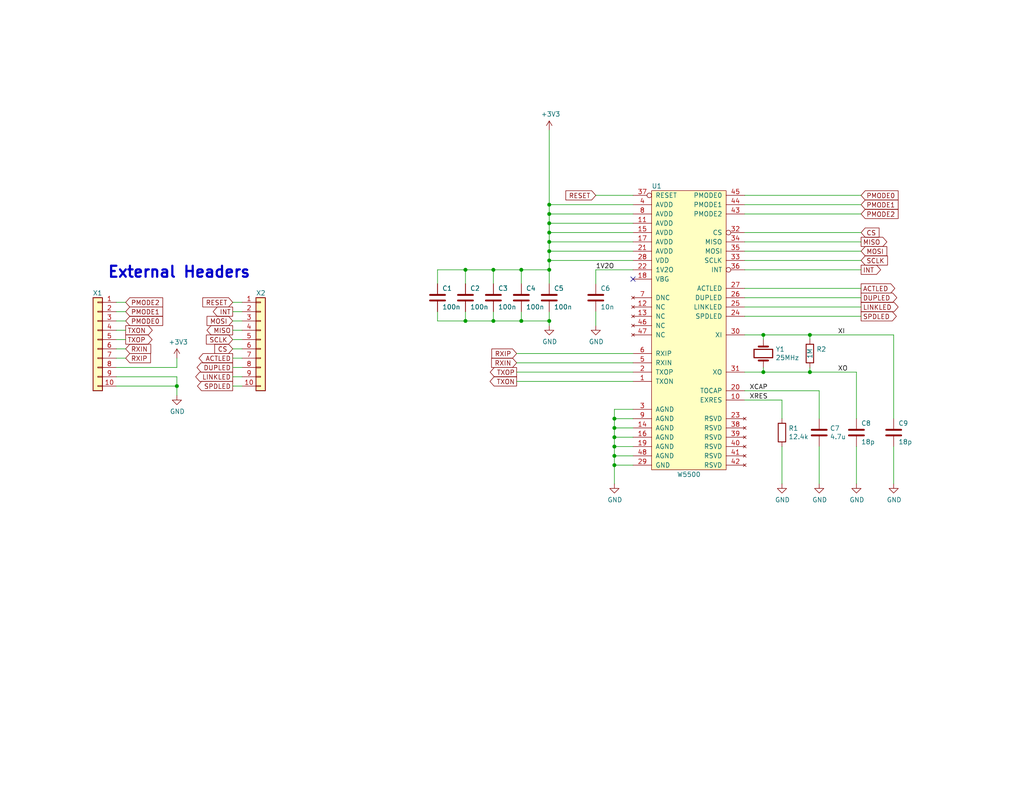
<source format=kicad_sch>
(kicad_sch (version 20230121) (generator eeschema)
  (paper "USLetter")
  (title_block (title "W5500 Development Board") (date "2018-09-08") (rev "1") (company "Alex M."))
  (lib_symbols
    (symbol "Connector_Generic:Conn_01x10" (pin_names (offset 1.016) hide)
      (property "Reference" "J" (at 0 12.7 0))
      (property "Value" "Conn_01x10" (at 0 -15.24 0))
      (symbol "Conn_01x10_1_1"
        (rectangle (start -1.27 -12.573) (end 0 -12.827) (stroke (width 0.1524)))
        (rectangle (start -1.27 -10.033) (end 0 -10.287) (stroke (width 0.1524)))
        (rectangle (start -1.27 -7.493) (end 0 -7.747) (stroke (width 0.1524)))
        (rectangle (start -1.27 -4.953) (end 0 -5.207) (stroke (width 0.1524)))
        (rectangle (start -1.27 -2.413) (end 0 -2.667) (stroke (width 0.1524)))
        (rectangle (start -1.27 0.127) (end 0 -0.127) (stroke (width 0.1524)))
        (rectangle (start -1.27 2.667) (end 0 2.413) (stroke (width 0.1524)))
        (rectangle (start -1.27 5.207) (end 0 4.953) (stroke (width 0.1524)))
        (rectangle (start -1.27 7.747) (end 0 7.493) (stroke (width 0.1524)))
        (rectangle (start -1.27 10.287) (end 0 10.033) (stroke (width 0.1524)))
        (rectangle (start -1.27 11.43) (end 1.27 -13.97) (stroke (width 0.254)) (fill (type background)))
        (pin passive line (at -5.08 10.16 0) (length 3.81) (name "Pin_1") (number "1"))
        (pin passive line (at -5.08 -12.7 0) (length 3.81) (name "Pin_10") (number "10"))
        (pin passive line (at -5.08 7.62 0) (length 3.81) (name "Pin_2") (number "2"))
        (pin passive line (at -5.08 5.08 0) (length 3.81) (name "Pin_3") (number "3"))
        (pin passive line (at -5.08 2.54 0) (length 3.81) (name "Pin_4") (number "4"))
        (pin passive line (at -5.08 0 0) (length 3.81) (name "Pin_5") (number "5"))
        (pin passive line (at -5.08 -2.54 0) (length 3.81) (name "Pin_6") (number "6"))
        (pin passive line (at -5.08 -5.08 0) (length 3.81) (name "Pin_7") (number "7"))
        (pin passive line (at -5.08 -7.62 0) (length 3.81) (name "Pin_8") (number "8"))
        (pin passive line (at -5.08 -10.16 0) (length 3.81) (name "Pin_9") (number "9"))
      )
    )
    (symbol "DevBoard_W5500-rescue:+3.3V-power" (power) (pin_names (offset 0))
      (property "Value" "+3.3V-power" (at 0 3.556 0))
      (symbol "+3.3V-power_0_1"
        (polyline (pts (xy -0.762 1.27) (xy 0 2.54)))
        (polyline (pts (xy 0 0) (xy 0 2.54)))
        (polyline (pts (xy 0 2.54) (xy 0.762 1.27)))
      )
      (symbol "+3.3V-power_1_1"
        (pin power_in line (at 0 0 90) (length 0) hide (name "+3V3") (number "1"))
      )
    )
    (symbol "DevBoard_W5500-rescue:W5500-AlexComponents" (pin_names (offset 1.016))
      (property "Reference" "U" (at -10.16 44.45 0))
      (property "Value" "AlexComponents:W5500" (at 0 -34.29 0))
      (symbol "W5500-AlexComponents_0_1"
        (rectangle (start -10.16 43.18) (end 10.16 -33.02) (fill (type background)))
      )
      (symbol "W5500-AlexComponents_1_1"
        (pin output line (at -15.24 -8.89 0) (length 5.08) (name "TXON") (number "1"))
        (pin output line (at 15.24 -13.97 180) (length 5.08) (name "EXRES") (number "10"))
        (pin power_in line (at -15.24 34.29 0) (length 5.08) (name "AVDD") (number "11"))
        (pin no_connect line (at -15.24 11.43 0) (length 5.08) (name "NC") (number "12"))
        (pin no_connect line (at -15.24 8.89 0) (length 5.08) (name "NC") (number "13"))
        (pin power_in line (at -15.24 -21.59 0) (length 5.08) (name "AGND") (number "14"))
        (pin power_in line (at -15.24 31.75 0) (length 5.08) (name "AVDD") (number "15"))
        (pin power_in line (at -15.24 -24.13 0) (length 5.08) (name "AGND") (number "16"))
        (pin power_in line (at -15.24 29.21 0) (length 5.08) (name "AVDD") (number "17"))
        (pin power_out line (at -15.24 19.05 0) (length 5.08) (name "VBG") (number "18"))
        (pin power_in line (at -15.24 -26.67 0) (length 5.08) (name "AGND") (number "19"))
        (pin output line (at -15.24 -6.35 0) (length 5.08) (name "TXOP") (number "2"))
        (pin output line (at 15.24 -11.43 180) (length 5.08) (name "TOCAP") (number "20"))
        (pin power_in line (at -15.24 26.67 0) (length 5.08) (name "AVDD") (number "21"))
        (pin power_out line (at -15.24 21.59 0) (length 5.08) (name "1V2O") (number "22"))
        (pin no_connect line (at 15.24 -19.05 180) (length 5.08) (name "RSVD") (number "23"))
        (pin output line (at 15.24 8.89 180) (length 5.08) (name "SPDLED") (number "24"))
        (pin output line (at 15.24 11.43 180) (length 5.08) (name "LINKLED") (number "25"))
        (pin output line (at 15.24 13.97 180) (length 5.08) (name "DUPLED") (number "26"))
        (pin output line (at 15.24 16.51 180) (length 5.08) (name "ACTLED") (number "27"))
        (pin power_in line (at -15.24 24.13 0) (length 5.08) (name "VDD") (number "28"))
        (pin power_in line (at -15.24 -31.75 0) (length 5.08) (name "GND") (number "29"))
        (pin power_in line (at -15.24 -16.51 0) (length 5.08) (name "AGND") (number "3"))
        (pin input line (at 15.24 3.81 180) (length 5.08) (name "XI") (number "30"))
        (pin input line (at 15.24 -6.35 180) (length 5.08) (name "XO") (number "31"))
        (pin input inverted (at 15.24 31.75 180) (length 5.08) (name "CS") (number "32"))
        (pin input line (at 15.24 24.13 180) (length 5.08) (name "SCLK") (number "33"))
        (pin output line (at 15.24 29.21 180) (length 5.08) (name "MISO") (number "34"))
        (pin input line (at 15.24 26.67 180) (length 5.08) (name "MOSI") (number "35"))
        (pin output inverted (at 15.24 21.59 180) (length 5.08) (name "INT") (number "36"))
        (pin input inverted (at -15.24 41.91 0) (length 5.08) (name "RESET") (number "37"))
        (pin no_connect line (at 15.24 -21.59 180) (length 5.08) (name "RSVD") (number "38"))
        (pin no_connect line (at 15.24 -24.13 180) (length 5.08) (name "RSVD") (number "39"))
        (pin power_in line (at -15.24 39.37 0) (length 5.08) (name "AVDD") (number "4"))
        (pin no_connect line (at 15.24 -26.67 180) (length 5.08) (name "RSVD") (number "40"))
        (pin no_connect line (at 15.24 -29.21 180) (length 5.08) (name "RSVD") (number "41"))
        (pin no_connect line (at 15.24 -31.75 180) (length 5.08) (name "RSVD") (number "42"))
        (pin input line (at 15.24 36.83 180) (length 5.08) (name "PMODE2") (number "43"))
        (pin input line (at 15.24 39.37 180) (length 5.08) (name "PMODE1") (number "44"))
        (pin input line (at 15.24 41.91 180) (length 5.08) (name "PMODE0") (number "45"))
        (pin no_connect line (at -15.24 6.35 0) (length 5.08) (name "NC") (number "46"))
        (pin no_connect line (at -15.24 3.81 0) (length 5.08) (name "NC") (number "47"))
        (pin power_in line (at -15.24 -29.21 0) (length 5.08) (name "AGND") (number "48"))
        (pin input line (at -15.24 -3.81 0) (length 5.08) (name "RXIN") (number "5"))
        (pin input line (at -15.24 -1.27 0) (length 5.08) (name "RXIP") (number "6"))
        (pin no_connect line (at -15.24 13.97 0) (length 5.08) (name "DNC") (number "7"))
        (pin power_in line (at -15.24 36.83 0) (length 5.08) (name "AVDD") (number "8"))
        (pin power_in line (at -15.24 -19.05 0) (length 5.08) (name "AGND") (number "9"))
      )
    )
    (symbol "Device:C" (pin_numbers hide) (pin_names (offset 0.254))
      (property "Reference" "C" (at 0.635 2.54 0))
      (property "Value" "C" (at 0.635 -2.54 0))
      (symbol "C_0_1"
        (polyline (pts (xy -2.032 -0.762) (xy 2.032 -0.762)) (stroke (width 0.508)))
        (polyline (pts (xy -2.032 0.762) (xy 2.032 0.762)) (stroke (width 0.508)))
      )
      (symbol "C_1_1"
        (pin passive line (at 0 3.81 270) (length 2.794) (name "~") (number "1"))
        (pin passive line (at 0 -3.81 90) (length 2.794) (name "~") (number "2"))
      )
    )
    (symbol "Device:Crystal" (pin_numbers hide) (pin_names (offset 1.016) hide)
      (property "Reference" "Y" (at 0 3.81 0))
      (property "Value" "Crystal" (at 0 -3.81 0))
      (symbol "Crystal_0_1"
        (rectangle (start -1.143 2.54) (end 1.143 -2.54) (stroke (width 0.3048)))
        (polyline (pts (xy -2.54 0) (xy -1.905 0)))
        (polyline (pts (xy -1.905 -1.27) (xy -1.905 1.27)) (stroke (width 0.508)))
        (polyline (pts (xy 1.905 -1.27) (xy 1.905 1.27)) (stroke (width 0.508)))
        (polyline (pts (xy 2.54 0) (xy 1.905 0)))
      )
      (symbol "Crystal_1_1"
        (pin passive line (at -3.81 0 0) (length 1.27) (name "1") (number "1"))
        (pin passive line (at 3.81 0 180) (length 1.27) (name "2") (number "2"))
      )
    )
    (symbol "Device:R" (pin_numbers hide) (pin_names (offset 0))
      (property "Reference" "R" (at 2.032 0 90))
      (property "Value" "R" (at 0 0 90))
      (symbol "R_0_1"
        (rectangle (start -1.016 -2.54) (end 1.016 2.54) (stroke (width 0.254)))
      )
      (symbol "R_1_1"
        (pin passive line (at 0 3.81 270) (length 1.27) (name "~") (number "1"))
        (pin passive line (at 0 -3.81 90) (length 1.27) (name "~") (number "2"))
      )
    )
    (symbol "power:GND" (power) (pin_names (offset 0))
      (property "Value" "GND" (at 0 -3.81 0))
      (symbol "GND_0_1"
        (polyline (pts (xy 0 0) (xy 0 -1.27) (xy 1.27 -1.27) (xy 0 -2.54) (xy -1.27 -1.27) (xy 0 -1.27)))
      )
      (symbol "GND_1_1"
        (pin power_in line (at 0 0 270) (length 0) hide (name "GND") (number "1"))
      )
    )
  )
  (junction (at 48.26 105.41))
  (junction (at 142.24 87.63))
  (junction (at 149.86 87.63))
  (junction (at 149.86 58.42))
  (junction (at 134.62 87.63))
  (junction (at 220.98 91.44))
  (junction (at 134.62 73.66))
  (junction (at 149.86 68.58))
  (junction (at 149.86 60.96))
  (junction (at 167.64 119.38))
  (junction (at 208.28 101.6))
  (junction (at 208.28 91.44))
  (junction (at 142.24 73.66))
  (junction (at 167.64 116.84))
  (junction (at 167.64 124.46))
  (junction (at 167.64 121.92))
  (junction (at 127 87.63))
  (junction (at 149.86 55.88))
  (junction (at 149.86 71.12))
  (junction (at 149.86 66.04))
  (junction (at 149.86 63.5))
  (junction (at 149.86 73.66))
  (junction (at 167.64 114.3))
  (junction (at 167.64 127))
  (junction (at 220.98 101.6))
  (junction (at 127 73.66))
  (no_connect (at 172.72 76.2))
  (wire (pts (xy 167.64 121.92) (xy 167.64 124.46)))
  (wire (pts (xy 63.5 90.17) (xy 66.04 90.17)))
  (wire (pts (xy 162.56 85.09) (xy 162.56 88.9)))
  (wire (pts (xy 172.72 58.42) (xy 149.86 58.42)))
  (wire (pts (xy 63.5 92.71) (xy 66.04 92.71)))
  (wire (pts (xy 63.5 95.25) (xy 66.04 95.25)))
  (wire (pts (xy 31.75 100.33) (xy 48.26 100.33)))
  (wire (pts (xy 142.24 77.47) (xy 142.24 73.66)))
  (wire (pts (xy 162.56 77.47) (xy 162.56 73.66)))
  (wire (pts (xy 149.86 88.9) (xy 149.86 87.63)))
  (wire (pts (xy 220.98 91.44) (xy 243.84 91.44)))
  (wire (pts (xy 203.2 106.68) (xy 223.52 106.68)))
  (wire (pts (xy 234.95 83.82) (xy 203.2 83.82)))
  (wire (pts (xy 149.86 71.12) (xy 149.86 68.58)))
  (wire (pts (xy 167.64 124.46) (xy 167.64 127)))
  (wire (pts (xy 172.72 114.3) (xy 167.64 114.3)))
  (wire (pts (xy 119.38 77.47) (xy 119.38 73.66)))
  (wire (pts (xy 63.5 97.79) (xy 66.04 97.79)))
  (wire (pts (xy 31.75 82.55) (xy 34.29 82.55)))
  (wire (pts (xy 140.97 101.6) (xy 172.72 101.6)))
  (wire (pts (xy 172.72 60.96) (xy 149.86 60.96)))
  (wire (pts (xy 223.52 106.68) (xy 223.52 114.3)))
  (wire (pts (xy 233.68 132.08) (xy 233.68 121.92)))
  (wire (pts (xy 167.64 114.3) (xy 167.64 116.84)))
  (wire (pts (xy 142.24 85.09) (xy 142.24 87.63)))
  (wire (pts (xy 48.26 105.41) (xy 48.26 107.95)))
  (wire (pts (xy 149.86 55.88) (xy 149.86 35.56)))
  (wire (pts (xy 127 73.66) (xy 134.62 73.66)))
  (wire (pts (xy 233.68 101.6) (xy 233.68 114.3)))
  (wire (pts (xy 203.2 68.58) (xy 234.95 68.58)))
  (wire (pts (xy 172.72 119.38) (xy 167.64 119.38)))
  (wire (pts (xy 162.56 53.34) (xy 172.72 53.34)))
  (wire (pts (xy 31.75 92.71) (xy 34.29 92.71)))
  (wire (pts (xy 172.72 73.66) (xy 162.56 73.66)))
  (wire (pts (xy 127 85.09) (xy 127 87.63)))
  (wire (pts (xy 63.5 105.41) (xy 66.04 105.41)))
  (wire (pts (xy 208.28 91.44) (xy 220.98 91.44)))
  (wire (pts (xy 172.72 55.88) (xy 149.86 55.88)))
  (wire (pts (xy 63.5 102.87) (xy 66.04 102.87)))
  (wire (pts (xy 203.2 91.44) (xy 208.28 91.44)))
  (wire (pts (xy 63.5 87.63) (xy 66.04 87.63)))
  (wire (pts (xy 31.75 102.87) (xy 48.26 102.87)))
  (wire (pts (xy 127 87.63) (xy 119.38 87.63)))
  (wire (pts (xy 172.72 71.12) (xy 149.86 71.12)))
  (wire (pts (xy 172.72 127) (xy 167.64 127)))
  (wire (pts (xy 119.38 73.66) (xy 127 73.66)))
  (wire (pts (xy 203.2 86.36) (xy 234.95 86.36)))
  (wire (pts (xy 31.75 85.09) (xy 34.29 85.09)))
  (wire (pts (xy 31.75 97.79) (xy 34.29 97.79)))
  (wire (pts (xy 220.98 91.44) (xy 220.98 92.71)))
  (wire (pts (xy 167.64 111.76) (xy 167.64 114.3)))
  (wire (pts (xy 203.2 81.28) (xy 234.95 81.28)))
  (wire (pts (xy 208.28 91.44) (xy 208.28 92.71)))
  (wire (pts (xy 167.64 119.38) (xy 167.64 121.92)))
  (wire (pts (xy 127 77.47) (xy 127 73.66)))
  (wire (pts (xy 140.97 96.52) (xy 172.72 96.52)))
  (wire (pts (xy 172.72 66.04) (xy 149.86 66.04)))
  (wire (pts (xy 208.28 101.6) (xy 208.28 100.33)))
  (wire (pts (xy 134.62 85.09) (xy 134.62 87.63)))
  (wire (pts (xy 63.5 82.55) (xy 66.04 82.55)))
  (wire (pts (xy 172.72 104.14) (xy 140.97 104.14)))
  (wire (pts (xy 234.95 58.42) (xy 203.2 58.42)))
  (wire (pts (xy 149.86 66.04) (xy 149.86 63.5)))
  (wire (pts (xy 31.75 95.25) (xy 34.29 95.25)))
  (wire (pts (xy 203.2 63.5) (xy 234.95 63.5)))
  (wire (pts (xy 172.72 63.5) (xy 149.86 63.5)))
  (wire (pts (xy 213.36 121.92) (xy 213.36 132.08)))
  (wire (pts (xy 167.64 116.84) (xy 167.64 119.38)))
  (wire (pts (xy 172.72 99.06) (xy 140.97 99.06)))
  (wire (pts (xy 172.72 68.58) (xy 149.86 68.58)))
  (wire (pts (xy 149.86 58.42) (xy 149.86 55.88)))
  (wire (pts (xy 234.95 66.04) (xy 203.2 66.04)))
  (wire (pts (xy 213.36 109.22) (xy 213.36 114.3)))
  (wire (pts (xy 172.72 116.84) (xy 167.64 116.84)))
  (wire (pts (xy 63.5 85.09) (xy 66.04 85.09)))
  (wire (pts (xy 234.95 53.34) (xy 203.2 53.34)))
  (wire (pts (xy 203.2 101.6) (xy 208.28 101.6)))
  (wire (pts (xy 63.5 100.33) (xy 66.04 100.33)))
  (wire (pts (xy 31.75 87.63) (xy 34.29 87.63)))
  (wire (pts (xy 243.84 121.92) (xy 243.84 132.08)))
  (wire (pts (xy 220.98 101.6) (xy 220.98 100.33)))
  (wire (pts (xy 149.86 71.12) (xy 149.86 73.66)))
  (wire (pts (xy 31.75 90.17) (xy 34.29 90.17)))
  (wire (pts (xy 167.64 127) (xy 167.64 132.08)))
  (wire (pts (xy 149.86 60.96) (xy 149.86 58.42)))
  (wire (pts (xy 220.98 101.6) (xy 233.68 101.6)))
  (wire (pts (xy 134.62 77.47) (xy 134.62 73.66)))
  (wire (pts (xy 149.86 77.47) (xy 149.86 73.66)))
  (wire (pts (xy 149.86 87.63) (xy 142.24 87.63)))
  (wire (pts (xy 142.24 73.66) (xy 149.86 73.66)))
  (wire (pts (xy 172.72 121.92) (xy 167.64 121.92)))
  (wire (pts (xy 234.95 71.12) (xy 203.2 71.12)))
  (wire (pts (xy 149.86 68.58) (xy 149.86 66.04)))
  (wire (pts (xy 119.38 85.09) (xy 119.38 87.63)))
  (wire (pts (xy 203.2 73.66) (xy 234.95 73.66)))
  (wire (pts (xy 149.86 85.09) (xy 149.86 87.63)))
  (wire (pts (xy 48.26 102.87) (xy 48.26 105.41)))
  (wire (pts (xy 172.72 111.76) (xy 167.64 111.76)))
  (wire (pts (xy 172.72 124.46) (xy 167.64 124.46)))
  (wire (pts (xy 48.26 100.33) (xy 48.26 97.79)))
  (wire (pts (xy 134.62 87.63) (xy 127 87.63)))
  (wire (pts (xy 134.62 73.66) (xy 142.24 73.66)))
  (wire (pts (xy 208.28 101.6) (xy 220.98 101.6)))
  (wire (pts (xy 149.86 63.5) (xy 149.86 60.96)))
  (wire (pts (xy 203.2 109.22) (xy 213.36 109.22)))
  (wire (pts (xy 203.2 55.88) (xy 234.95 55.88)))
  (wire (pts (xy 142.24 87.63) (xy 134.62 87.63)))
  (wire (pts (xy 31.75 105.41) (xy 48.26 105.41)))
  (wire (pts (xy 234.95 78.74) (xy 203.2 78.74)))
  (wire (pts (xy 223.52 132.08) (xy 223.52 121.92)))
  (wire (pts (xy 243.84 91.44) (xy 243.84 114.3)))
  (text "External Headers" (at 29.21 76.2 0) (effects (font (size 2.9972 2.9972) (thickness 0.5994) bold) (justify left bottom)))
  (label "1V2O" (at 162.56 73.66 0))
  (label "XRES" (at 204.47 109.22 0))
  (label "XO" (at 228.6 101.6 0))
  (label "XI" (at 228.6 91.44 0))
  (label "XCAP" (at 204.47 106.68 0))
  (global_label "MOSI" (shape input) (at 63.5 87.63 180) (property "Intersheetrefs" "${INTERSHEET_REFS}" (effects hide)))
  (global_label "TXOP" (shape output) (at 140.97 101.6 180) (property "Intersheetrefs" "${INTERSHEET_REFS}" (effects hide)))
  (global_label "MISO" (shape output) (at 234.95 66.04 0) (property "Intersheetrefs" "${INTERSHEET_REFS}" (effects hide)))
  (global_label "ACTLED" (shape output) (at 63.5 97.79 180) (property "Intersheetrefs" "${INTERSHEET_REFS}" (effects hide)))
  (global_label "PMODE0" (shape input) (at 234.95 53.34 0) (property "Intersheetrefs" "${INTERSHEET_REFS}" (effects hide)))
  (global_label "PMODE1" (shape input) (at 34.29 85.09 0) (property "Intersheetrefs" "${INTERSHEET_REFS}" (effects hide)))
  (global_label "MOSI" (shape input) (at 234.95 68.58 0) (property "Intersheetrefs" "${INTERSHEET_REFS}" (effects hide)))
  (global_label "LINKLED" (shape output) (at 63.5 102.87 180) (property "Intersheetrefs" "${INTERSHEET_REFS}" (effects hide)))
  (global_label "RXIN" (shape input) (at 34.29 95.25 0) (property "Intersheetrefs" "${INTERSHEET_REFS}" (effects hide)))
  (global_label "MISO" (shape output) (at 63.5 90.17 180) (property "Intersheetrefs" "${INTERSHEET_REFS}" (effects hide)))
  (global_label "TXOP" (shape output) (at 34.29 92.71 0) (property "Intersheetrefs" "${INTERSHEET_REFS}" (effects hide)))
  (global_label "SCLK" (shape input) (at 63.5 92.71 180) (property "Intersheetrefs" "${INTERSHEET_REFS}" (effects hide)))
  (global_label "CS" (shape input) (at 63.5 95.25 180) (property "Intersheetrefs" "${INTERSHEET_REFS}" (effects hide)))
  (global_label "DUPLED" (shape output) (at 63.5 100.33 180) (property "Intersheetrefs" "${INTERSHEET_REFS}" (effects hide)))
  (global_label "PMODE2" (shape input) (at 34.29 82.55 0) (property "Intersheetrefs" "${INTERSHEET_REFS}" (effects hide)))
  (global_label "RESET" (shape input) (at 162.56 53.34 180) (property "Intersheetrefs" "${INTERSHEET_REFS}" (effects hide)))
  (global_label "TXON" (shape output) (at 34.29 90.17 0) (property "Intersheetrefs" "${INTERSHEET_REFS}" (effects hide)))
  (global_label "TXON" (shape output) (at 140.97 104.14 180) (property "Intersheetrefs" "${INTERSHEET_REFS}" (effects hide)))
  (global_label "ACTLED" (shape output) (at 234.95 78.74 0) (property "Intersheetrefs" "${INTERSHEET_REFS}" (effects hide)))
  (global_label "RXIP" (shape input) (at 34.29 97.79 0) (property "Intersheetrefs" "${INTERSHEET_REFS}" (effects hide)))
  (global_label "RXIN" (shape input) (at 140.97 99.06 180) (property "Intersheetrefs" "${INTERSHEET_REFS}" (effects hide)))
  (global_label "DUPLED" (shape output) (at 234.95 81.28 0) (property "Intersheetrefs" "${INTERSHEET_REFS}" (effects hide)))
  (global_label "RXIP" (shape input) (at 140.97 96.52 180) (property "Intersheetrefs" "${INTERSHEET_REFS}" (effects hide)))
  (global_label "CS" (shape input) (at 234.95 63.5 0) (property "Intersheetrefs" "${INTERSHEET_REFS}" (effects hide)))
  (global_label "SCLK" (shape input) (at 234.95 71.12 0) (property "Intersheetrefs" "${INTERSHEET_REFS}" (effects hide)))
  (global_label "PMODE2" (shape input) (at 234.95 58.42 0) (property "Intersheetrefs" "${INTERSHEET_REFS}" (effects hide)))
  (global_label "PMODE1" (shape input) (at 234.95 55.88 0) (property "Intersheetrefs" "${INTERSHEET_REFS}" (effects hide)))
  (global_label "RESET" (shape input) (at 63.5 82.55 180) (property "Intersheetrefs" "${INTERSHEET_REFS}" (effects hide)))
  (global_label "SPDLED" (shape output) (at 63.5 105.41 180) (property "Intersheetrefs" "${INTERSHEET_REFS}" (effects hide)))
  (global_label "SPDLED" (shape output) (at 234.95 86.36 0) (property "Intersheetrefs" "${INTERSHEET_REFS}" (effects hide)))
  (global_label "INT" (shape output) (at 63.5 85.09 180) (property "Intersheetrefs" "${INTERSHEET_REFS}" (effects hide)))
  (global_label "INT" (shape output) (at 234.95 73.66 0) (property "Intersheetrefs" "${INTERSHEET_REFS}" (effects hide)))
  (global_label "LINKLED" (shape output) (at 234.95 83.82 0) (property "Intersheetrefs" "${INTERSHEET_REFS}" (effects hide)))
  (global_label "PMODE0" (shape input) (at 34.29 87.63 0) (property "Intersheetrefs" "${INTERSHEET_REFS}" (effects hide)))
  (symbol (lib_id "Device:R") (at 213.36 118.11 0) (unit 1)
    (property "Reference" "R1" (at 215.138 116.9416 0) (effects (justify left)))
    (property "Value" "12.4k" (at 215.138 119.253 0) (effects (justify left)))
    (property "Footprint" "Resistors_SMD:R_0603" (effects hide))
    (property "Tolerance" "±1%" (effects hide))
    (property "DigiKey Part Number" "311-12.4KHRCT-ND " (effects hide))
  )
  (symbol (lib_id "power:GND") (at 167.64 132.08 0) (unit 1)
    (property "Reference" "#PWR06" (effects hide))
    (property "Value" "GND" (at 167.767 136.4742 0))
  )
  (symbol (lib_id "power:GND") (at 213.36 132.08 0) (unit 1)
    (property "Reference" "#PWR07" (effects hide))
    (property "Value" "GND" (at 213.487 136.4742 0))
  )
  (symbol (lib_id "Device:C") (at 223.52 118.11 0) (unit 1)
    (property "Reference" "C7" (at 226.441 116.9416 0) (effects (justify left)))
    (property "Value" "4.7u" (at 226.441 119.253 0) (effects (justify left)))
    (property "Footprint" "Capacitors_SMD:C_0603" (effects hide))
    (property "DigiKey Part Number" "1276-1907-1-ND" (effects hide))
  )
  (symbol (lib_id "power:GND") (at 223.52 132.08 0) (unit 1)
    (property "Reference" "#PWR08" (effects hide))
    (property "Value" "GND" (at 223.647 136.4742 0))
  )
  (symbol (lib_id "Device:Crystal") (at 208.28 96.52 270) (unit 1)
    (property "Reference" "Y1" (at 211.6074 95.3516 90) (effects (justify left)))
    (property "Value" "25MHz" (at 211.6074 97.663 90) (effects (justify left)))
    (property "Footprint" "Crystals:Crystal_SMD_5032-2pin_5.0x3.2mm" (effects hide))
    (property "DigiKey Part Number" "CTX1434CT-ND" (effects hide))
  )
  (symbol (lib_id "Device:R") (at 220.98 96.52 0) (unit 1)
    (property "Reference" "R2" (at 222.758 95.3516 0) (effects (justify left)))
    (property "Value" "1M" (at 220.98 96.52 90))
    (property "Footprint" "Resistors_SMD:R_0603" (effects hide))
    (property "DigiKey Part Number" "311-1.0MGRCT-ND" (effects hide))
  )
  (symbol (lib_id "DevBoard_W5500-rescue:W5500-AlexComponents") (at 187.96 95.25 0) (unit 1)
    (property "Reference" "U1" (at 177.8 50.8 0) (effects (justify left)))
    (property "Value" "W5500" (at 187.96 129.54 0))
    (property "Footprint" "Housings_QFP:LQFP-48_7x7mm_Pitch0.5mm" (effects hide))
    (property "Datasheet" "http://wizwiki.net/wiki/lib/exe/fetch.php?media=products:w5500:w5500_ds_v108e.pdf" (effects hide))
    (property "DigiKey Part Number" "1278-1021-ND" (effects hide))
  )
  (symbol (lib_id "DevBoard_W5500-rescue:+3.3V-power") (at 149.86 35.56 0) (unit 1)
    (property "Reference" "#PWR03" (effects hide))
    (property "Value" "+3.3V" (at 150.241 31.1658 0))
  )
  (symbol (lib_id "Device:C") (at 162.56 81.28 0) (unit 1)
    (property "Reference" "C6" (at 163.83 78.74 0) (effects (justify left)))
    (property "Value" "10n" (at 163.83 83.82 0) (effects (justify left)))
    (property "Footprint" "Capacitors_SMD:C_0603" (effects hide))
    (property "DigiKey Part Number" "1276-1921-1-ND" (effects hide))
  )
  (symbol (lib_id "power:GND") (at 162.56 88.9 0) (unit 1)
    (property "Reference" "#PWR05" (effects hide))
    (property "Value" "GND" (at 162.687 93.2942 0))
  )
  (symbol (lib_id "Device:C") (at 149.86 81.28 0) (unit 1)
    (property "Reference" "C5" (at 151.13 78.74 0) (effects (justify left)))
    (property "Value" "100n" (at 151.13 83.82 0) (effects (justify left)))
    (property "Footprint" "Capacitors_SMD:C_0603" (effects hide))
    (property "DigiKey Part Number" "1276-1012-1-ND" (effects hide))
  )
  (symbol (lib_id "Device:C") (at 142.24 81.28 0) (unit 1)
    (property "Reference" "C4" (at 143.51 78.74 0) (effects (justify left)))
    (property "Value" "100n" (at 143.51 83.82 0) (effects (justify left)))
    (property "Footprint" "Capacitors_SMD:C_0603" (effects hide))
    (property "DigiKey Part Number" "1276-1012-1-ND" (effects hide))
  )
  (symbol (lib_id "Device:C") (at 134.62 81.28 0) (unit 1)
    (property "Reference" "C3" (at 135.89 78.74 0) (effects (justify left)))
    (property "Value" "100n" (at 135.89 83.82 0) (effects (justify left)))
    (property "Footprint" "Capacitors_SMD:C_0603" (effects hide))
    (property "DigiKey Part Number" "1276-1012-1-ND" (effects hide))
  )
  (symbol (lib_id "Device:C") (at 127 81.28 0) (unit 1)
    (property "Reference" "C2" (at 128.27 78.74 0) (effects (justify left)))
    (property "Value" "100n" (at 128.27 83.82 0) (effects (justify left)))
    (property "Footprint" "Capacitors_SMD:C_0603" (effects hide))
    (property "DigiKey Part Number" "1276-1012-1-ND" (effects hide))
  )
  (symbol (lib_id "Device:C") (at 119.38 81.28 0) (unit 1)
    (property "Reference" "C1" (at 120.65 78.74 0) (effects (justify left)))
    (property "Value" "100n" (at 120.65 83.82 0) (effects (justify left)))
    (property "Footprint" "Capacitors_SMD:C_0603" (effects hide))
    (property "DigiKey Part Number" "1276-1012-1-ND" (effects hide))
  )
  (symbol (lib_id "power:GND") (at 149.86 88.9 0) (unit 1)
    (property "Reference" "#PWR04" (effects hide))
    (property "Value" "GND" (at 149.987 93.2942 0))
  )
  (symbol (lib_id "Device:C") (at 233.68 118.11 0) (unit 1)
    (property "Reference" "C8" (at 234.95 115.57 0) (effects (justify left)))
    (property "Value" "18p" (at 234.95 120.65 0) (effects (justify left)))
    (property "Footprint" "Capacitors_SMD:C_0603" (effects hide))
    (property "DigiKey Part Number" "1276-1089-1-ND" (effects hide))
  )
  (symbol (lib_id "Device:C") (at 243.84 118.11 0) (unit 1)
    (property "Reference" "C9" (at 245.11 115.57 0) (effects (justify left)))
    (property "Value" "18p" (at 245.11 120.65 0) (effects (justify left)))
    (property "Footprint" "Capacitors_SMD:C_0603" (effects hide))
    (property "DigiKey Part Number" "1276-1089-1-ND" (effects hide))
  )
  (symbol (lib_id "power:GND") (at 233.68 132.08 0) (unit 1)
    (property "Reference" "#PWR09" (effects hide))
    (property "Value" "GND" (at 233.807 136.4742 0))
  )
  (symbol (lib_id "power:GND") (at 243.84 132.08 0) (unit 1)
    (property "Reference" "#PWR010" (effects hide))
    (property "Value" "GND" (at 243.967 136.4742 0))
  )
  (symbol (lib_id "Connector_Generic:Conn_01x10") (at 71.12 92.71 0) (unit 1)
    (property "Reference" "X2" (at 69.85 80.01 0) (effects (justify left)))
    (property "Value" "Conn_01x10" (effects hide))
    (property "Footprint" "Pin_Headers:Pin_Header_Straight_1x10_Pitch2.54mm" (effects hide))
  )
  (symbol (lib_id "Connector_Generic:Conn_01x10") (at 26.67 92.71 0) (mirror y) (unit 1)
    (property "Reference" "X1" (at 27.94 80.01 0) (effects (justify left)))
    (property "Value" "Conn_01x10" (effects hide))
    (property "Footprint" "Pin_Headers:Pin_Header_Straight_1x10_Pitch2.54mm" (effects hide))
  )
  (symbol (lib_id "power:GND") (at 48.26 107.95 0) (unit 1)
    (property "Reference" "#PWR02" (effects hide))
    (property "Value" "GND" (at 48.387 112.3442 0))
  )
  (symbol (lib_id "DevBoard_W5500-rescue:+3.3V-power") (at 48.26 97.79 0) (unit 1)
    (property "Reference" "#PWR01" (effects hide))
    (property "Value" "+3.3V" (at 48.641 93.3958 0))
  )
)
</source>
